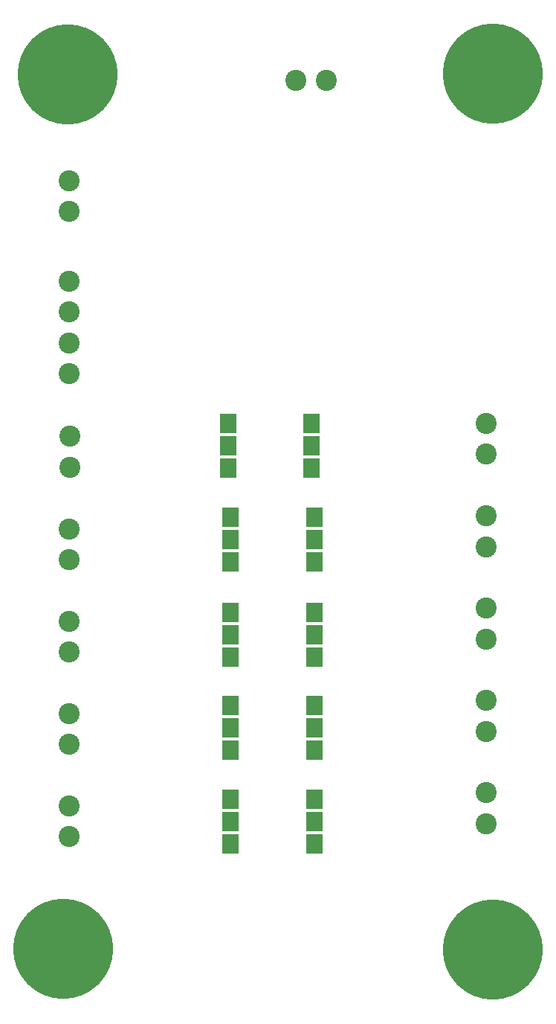
<source format=gbr>
G04 #@! TF.FileFunction,Soldermask,Bot*
%FSLAX46Y46*%
G04 Gerber Fmt 4.6, Leading zero omitted, Abs format (unit mm)*
G04 Created by KiCad (PCBNEW 4.0.4-stable) date Saturday, January 07, 2017 'PMt' 11:38:11 PM*
%MOMM*%
%LPD*%
G01*
G04 APERTURE LIST*
%ADD10C,0.100000*%
%ADD11C,2.400000*%
%ADD12R,1.920000X2.180000*%
%ADD13C,11.400000*%
%ADD14C,1.100000*%
G04 APERTURE END LIST*
D10*
D11*
X8000000Y-19400000D03*
X8000000Y-22900000D03*
X8000000Y-30850000D03*
X8000000Y-34350000D03*
X8000000Y-37850000D03*
X8000000Y-41350000D03*
X37300000Y-8000000D03*
X33800000Y-8000000D03*
X8050000Y-48500000D03*
X8050000Y-52000000D03*
X8000000Y-59050000D03*
X8000000Y-62550000D03*
X8000000Y-69550000D03*
X8000000Y-73050000D03*
X8000000Y-80050000D03*
X8000000Y-83550000D03*
X8000000Y-90550000D03*
X8000000Y-94050000D03*
X55500000Y-50500000D03*
X55500000Y-47000000D03*
X55500000Y-61050000D03*
X55500000Y-57550000D03*
X55500000Y-71550000D03*
X55500000Y-68050000D03*
X55500000Y-82050000D03*
X55500000Y-78550000D03*
X55500000Y-92550000D03*
X55500000Y-89050000D03*
D12*
X26085000Y-49600000D03*
X35615000Y-49600000D03*
X26085000Y-52140000D03*
X26085000Y-47060000D03*
X35615000Y-47060000D03*
X35615000Y-52140000D03*
X26385000Y-60200000D03*
X35915000Y-60200000D03*
X26385000Y-62740000D03*
X26385000Y-57660000D03*
X35915000Y-57660000D03*
X35915000Y-62740000D03*
X26385000Y-71100000D03*
X35915000Y-71100000D03*
X26385000Y-73640000D03*
X26385000Y-68560000D03*
X35915000Y-68560000D03*
X35915000Y-73640000D03*
X26385000Y-81650000D03*
X35915000Y-81650000D03*
X26385000Y-84190000D03*
X26385000Y-79110000D03*
X35915000Y-79110000D03*
X35915000Y-84190000D03*
X26385000Y-92350000D03*
X35915000Y-92350000D03*
X26385000Y-94890000D03*
X26385000Y-89810000D03*
X35915000Y-89810000D03*
X35915000Y-94890000D03*
D13*
X7800000Y-7300000D03*
D14*
X11925000Y-7300000D03*
X10726815Y-10226815D03*
X7800000Y-11425000D03*
X4873185Y-10226815D03*
X3675000Y-7300000D03*
X4873185Y-4373185D03*
X7800000Y-3175000D03*
X10726815Y-4373185D03*
D13*
X7323185Y-106823185D03*
D14*
X11448185Y-106823185D03*
X10250000Y-109750000D03*
X7323185Y-110948185D03*
X4396370Y-109750000D03*
X3198185Y-106823185D03*
X4396370Y-103896370D03*
X7323185Y-102698185D03*
X10250000Y-103896370D03*
D13*
X56223185Y-7273185D03*
D14*
X60348185Y-7273185D03*
X59150000Y-10200000D03*
X56223185Y-11398185D03*
X53296370Y-10200000D03*
X52098185Y-7273185D03*
X53296370Y-4346370D03*
X56223185Y-3148185D03*
X59150000Y-4346370D03*
D13*
X56250000Y-106875000D03*
D14*
X60375000Y-106875000D03*
X59176815Y-109801815D03*
X56250000Y-111000000D03*
X53323185Y-109801815D03*
X52125000Y-106875000D03*
X53323185Y-103948185D03*
X56250000Y-102750000D03*
X59176815Y-103948185D03*
M02*

</source>
